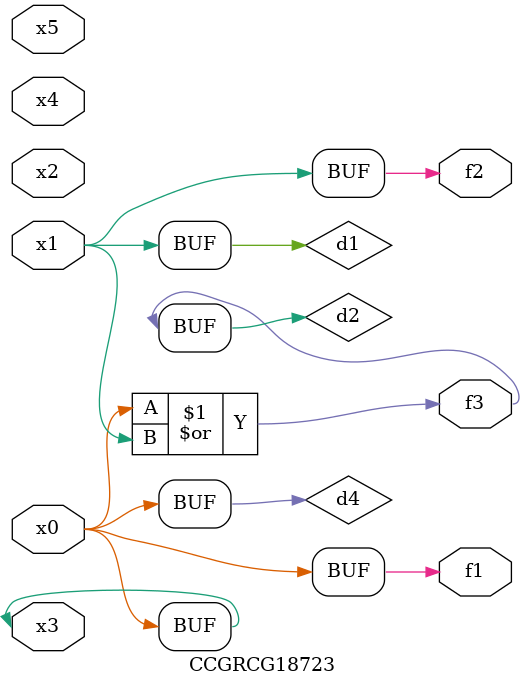
<source format=v>
module CCGRCG18723(
	input x0, x1, x2, x3, x4, x5,
	output f1, f2, f3
);

	wire d1, d2, d3, d4;

	and (d1, x1);
	or (d2, x0, x1);
	nand (d3, x0, x5);
	buf (d4, x0, x3);
	assign f1 = d4;
	assign f2 = d1;
	assign f3 = d2;
endmodule

</source>
